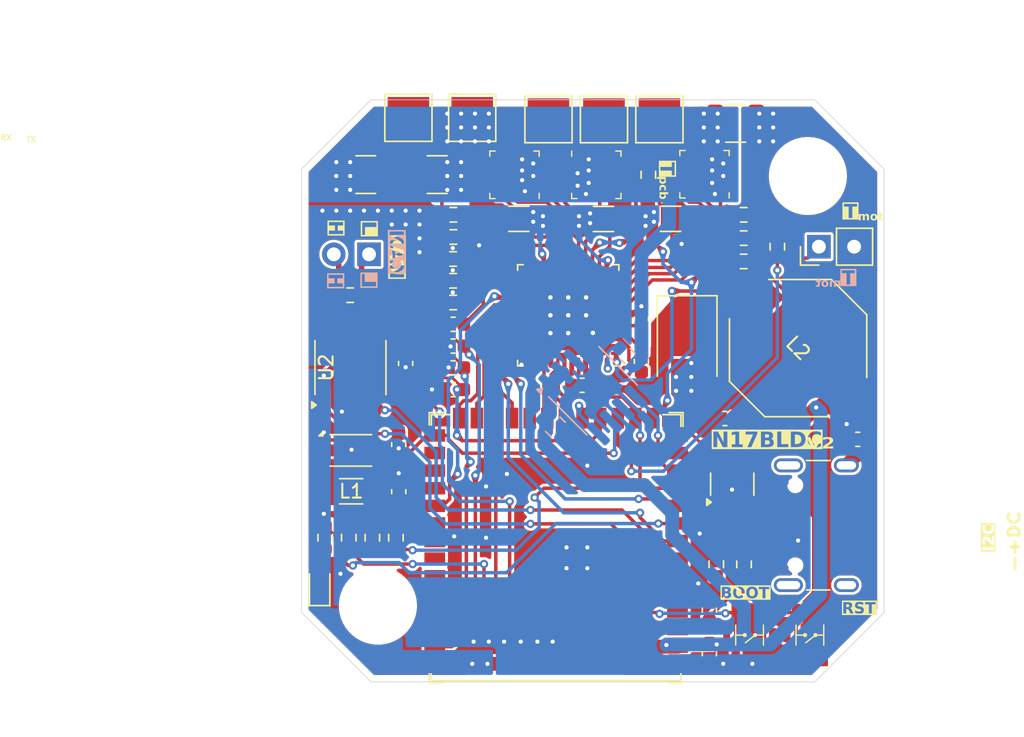
<source format=kicad_pcb>
(kicad_pcb
	(version 20240108)
	(generator "pcbnew")
	(generator_version "8.0")
	(general
		(thickness 1.6)
		(legacy_teardrops no)
	)
	(paper "A4")
	(title_block
		(comment 4 "AISLER Project ID: YMBROGBB")
	)
	(layers
		(0 "F.Cu" signal)
		(31 "B.Cu" signal)
		(32 "B.Adhes" user "B.Adhesive")
		(33 "F.Adhes" user "F.Adhesive")
		(34 "B.Paste" user)
		(35 "F.Paste" user)
		(36 "B.SilkS" user "B.Silkscreen")
		(37 "F.SilkS" user "F.Silkscreen")
		(38 "B.Mask" user)
		(39 "F.Mask" user)
		(40 "Dwgs.User" user "User.Drawings")
		(41 "Cmts.User" user "User.Comments")
		(42 "Eco1.User" user "User.Eco1")
		(43 "Eco2.User" user "User.Eco2")
		(44 "Edge.Cuts" user)
		(45 "Margin" user)
		(46 "B.CrtYd" user "B.Courtyard")
		(47 "F.CrtYd" user "F.Courtyard")
		(48 "B.Fab" user)
		(49 "F.Fab" user)
		(50 "User.1" user)
		(51 "User.2" user)
		(52 "User.3" user)
		(53 "User.4" user)
		(54 "User.5" user)
		(55 "User.6" user)
		(56 "User.7" user)
		(57 "User.8" user)
		(58 "User.9" user)
	)
	(setup
		(stackup
			(layer "F.SilkS"
				(type "Top Silk Screen")
			)
			(layer "F.Paste"
				(type "Top Solder Paste")
			)
			(layer "F.Mask"
				(type "Top Solder Mask")
				(thickness 0.01)
			)
			(layer "F.Cu"
				(type "copper")
				(thickness 0.035)
			)
			(layer "dielectric 1"
				(type "core")
				(thickness 1.51)
				(material "FR4")
				(epsilon_r 4.5)
				(loss_tangent 0.02)
			)
			(layer "B.Cu"
				(type "copper")
				(thickness 0.035)
			)
			(layer "B.Mask"
				(type "Bottom Solder Mask")
				(thickness 0.01)
			)
			(layer "B.Paste"
				(type "Bottom Solder Paste")
			)
			(layer "B.SilkS"
				(type "Bottom Silk Screen")
			)
			(copper_finish "None")
			(dielectric_constraints no)
		)
		(pad_to_mask_clearance 0)
		(allow_soldermask_bridges_in_footprints no)
		(pcbplotparams
			(layerselection 0x00010fc_ffffffff)
			(plot_on_all_layers_selection 0x0000000_00000000)
			(disableapertmacros no)
			(usegerberextensions no)
			(usegerberattributes yes)
			(usegerberadvancedattributes yes)
			(creategerberjobfile yes)
			(dashed_line_dash_ratio 12.000000)
			(dashed_line_gap_ratio 3.000000)
			(svgprecision 4)
			(plotframeref no)
			(viasonmask no)
			(mode 1)
			(useauxorigin no)
			(hpglpennumber 1)
			(hpglpenspeed 20)
			(hpglpendiameter 15.000000)
			(pdf_front_fp_property_popups yes)
			(pdf_back_fp_property_popups yes)
			(dxfpolygonmode yes)
			(dxfimperialunits yes)
			(dxfusepcbnewfont yes)
			(psnegative no)
			(psa4output no)
			(plotreference yes)
			(plotvalue yes)
			(plotfptext yes)
			(plotinvisibletext no)
			(sketchpadsonfab no)
			(subtractmaskfromsilk no)
			(outputformat 1)
			(mirror no)
			(drillshape 1)
			(scaleselection 1)
			(outputdirectory "")
		)
	)
	(net 0 "")
	(net 1 "Net-(U1-EN)")
	(net 2 "GND")
	(net 3 "Net-(U4-VREF)")
	(net 4 "Net-(U4-CPH)")
	(net 5 "Net-(U4-CPL)")
	(net 6 "Vdrive")
	(net 7 "Net-(U4-VCP)")
	(net 8 "+3.3V")
	(net 9 "/B_D+")
	(net 10 "INHC")
	(net 11 "unconnected-(U1-IO35-Pad28)")
	(net 12 "unconnected-(U1-IO36-Pad29)")
	(net 13 "INHA")
	(net 14 "unconnected-(U1-IO42-Pad35)")
	(net 15 "/B_D-")
	(net 16 "unconnected-(U1-IO37-Pad30)")
	(net 17 "Net-(D2-A)")
	(net 18 "SOA")
	(net 19 "MOTA")
	(net 20 "SOB")
	(net 21 "SOC")
	(net 22 "unconnected-(U1-TXD0-Pad37)")
	(net 23 "unconnected-(U1-RXD0-Pad36)")
	(net 24 "unconnected-(U1-IO40-Pad33)")
	(net 25 "MOTB")
	(net 26 "unconnected-(U1-IO41-Pad34)")
	(net 27 "unconnected-(U1-IO39-Pad32)")
	(net 28 "MOTC")
	(net 29 "INHB")
	(net 30 "/SPA")
	(net 31 "SPI_CLK")
	(net 32 "SPI_MOSI")
	(net 33 "SPI_DRV_nCS")
	(net 34 "SPI_MISO")
	(net 35 "R_TERM_EXT")
	(net 36 "R_TERM_PCB")
	(net 37 "/GHA")
	(net 38 "/GLA")
	(net 39 "/SPB")
	(net 40 "V_sense")
	(net 41 "/GHB")
	(net 42 "/GLB")
	(net 43 "unconnected-(J2-SBU2-PadB8)")
	(net 44 "unconnected-(J2-SBU1-PadA8)")
	(net 45 "/SPC")
	(net 46 "/Shield")
	(net 47 "/ESD_B_D-")
	(net 48 "/ESD_B_D+")
	(net 49 "Net-(J2-CC1)")
	(net 50 "/V_USB")
	(net 51 "Net-(J2-CC2)")
	(net 52 "/CAN_L")
	(net 53 "/CAN_H")
	(net 54 "/CAN_TX")
	(net 55 "/CAN_RX")
	(net 56 "/CAN_S")
	(net 57 "unconnected-(U5-PUSH-Pad3)")
	(net 58 "SCL")
	(net 59 "SDA")
	(net 60 "A")
	(net 61 "B")
	(net 62 "/GHC")
	(net 63 "/GLC")
	(net 64 "/SOA_UNFILTERED")
	(net 65 "/SOB_UNFILTERED")
	(net 66 "/SOC_UNFILTERED")
	(net 67 "Net-(U4-EN_BUCK)")
	(net 68 "DRV_nFAULT")
	(net 69 "DRV_EN")
	(net 70 "HIZ")
	(net 71 "CAL")
	(net 72 "Net-(U4-CB)")
	(net 73 "Net-(D1-K)")
	(net 74 "Net-(U4-FB)")
	(net 75 "/SNA")
	(net 76 "/SNB")
	(net 77 "/SNC")
	(net 78 "+5V")
	(net 79 "Net-(U3-SW)")
	(net 80 "LED")
	(net 81 "unconnected-(U1-IO4-Pad4)")
	(footprint "Resistor_SMD:R_0603_1608Metric" (layer "F.Cu") (at 56.8 81.6 90))
	(footprint "Resistor_SMD:R_0603_1608Metric" (layer "F.Cu") (at 79.9 83.5125 -90))
	(footprint "Connector_PinHeader_2.54mm:PinHeader_1x02_P2.54mm_Vertical" (layer "F.Cu") (at 54.86 61.15 -90))
	(footprint "Resistor_SMD:R_0603_1608Metric" (layer "F.Cu") (at 51.7 81.6 -90))
	(footprint "PCM_Espressif:ESP32-S3-WROOM-1U" (layer "F.Cu") (at 68.35 82.47 180))
	(footprint "Capacitor_SMD:C_0603_1608Metric" (layer "F.Cu") (at 74.5 68.875 90))
	(footprint "Resistor_SMD:R_0603_1608Metric" (layer "F.Cu") (at 60.925 61.486601))
	(footprint "Capacitor_SMD:C_0603_1608Metric" (layer "F.Cu") (at 79.4 89.975 -90))
	(footprint "Package_SO:SOIC-8_3.9x4.9mm_P1.27mm" (layer "F.Cu") (at 53.52 69.325 90))
	(footprint "Connector_PinHeader_2.54mm:PinHeader_1x02_P2.54mm_Vertical" (layer "F.Cu") (at 87.3 60.6 90))
	(footprint "Resistor_SMD:R_1206_3216Metric" (layer "F.Cu") (at 76.6 58.5875 180))
	(footprint "DRV8313PWP:VQFN-48_EP_7x7_Pitch0.5mm_RGZ0048A" (layer "F.Cu") (at 69.225 65.55 180))
	(footprint "Capacitor_SMD:C_0603_1608Metric" (layer "F.Cu") (at 79.4 86.825 90))
	(footprint "Capacitor_SMD:C_1210_3225Metric" (layer "F.Cu") (at 59.775001 55.4 180))
	(footprint "Resistor_SMD:R_1206_3216Metric" (layer "F.Cu") (at 71.7625 58.6 180))
	(footprint "Capacitor_SMD:C_0603_1608Metric" (layer "F.Cu") (at 60.925 70.913401 180))
	(footprint "Resistor_SMD:R_0603_1608Metric_Pad0.98x0.95mm_HandSolder" (layer "F.Cu") (at 75 55.4125 -90))
	(footprint "Capacitor_SMD:C_0603_1608Metric" (layer "F.Cu") (at 80.525 73 180))
	(footprint "Package_DFN_QFN:DFN-8-1EP_3x2mm_P0.5mm_EP1.7x1.4mm" (layer "F.Cu") (at 53.55 75.300001))
	(footprint "DUALMOSFETS:PowerPAIR_3x3S_BWL" (layer "F.Cu") (at 65.35 55.4125 180))
	(footprint "Resistor_SMD:R_0603_1608Metric" (layer "F.Cu") (at 81.9 83.525 90))
	(footprint "TestPoint:TestPoint_Pad_3.0x3.0mm" (layer "F.Cu") (at 67.8 51.4 180))
	(footprint "TestPoint:TestPoint_Pad_3.0x3.0mm" (layer "F.Cu") (at 71.8 51.4 180))
	(footprint "CUI_TS21:TS21" (layer "F.Cu") (at 86.65 88.625 -90))
	(footprint "Inductor_SMD:L_1206_3216Metric" (layer "F.Cu") (at 53.575 78.25 180))
	(footprint "Resistor_SMD:R_0603_1608Metric" (layer "F.Cu") (at 81.875 61.661906 180))
	(footprint "Capacitor_SMD:C_0603_1608Metric" (layer "F.Cu") (at 74.5 65.825 -90))
	(footprint "Resistor_SMD:R_0603_1608Metric" (layer "F.Cu") (at 60.941002 59.9))
	(footprint "Capacitor_SMD:C_0603_1608Metric" (layer "F.Cu") (at 57 74.875 -90))
	(footprint "TestPoint:TestPoint_Pad_3.0x3.0mm" (layer "F.Cu") (at 62.3 51.3 -90))
	(footprint "Resistor_SMD:R_0603_1608Metric" (layer "F.Cu") (at 81.875 58.3))
	(footprint "Resistor_SMD:R_0603_1608Metric" (layer "F.Cu") (at 53.4 81.6 90))
	(footprint "DUALMOSFETS:PowerPAIR_3x3S_BWL" (layer "F.Cu") (at 71.25 55.4125))
	(footprint "Resistor_SMD:R_0603_1608Metric" (layer "F.Cu") (at 81.875 59.980953))
	(footprint "TestPoint:TestPoint_Pad_3.0x3.0mm" (layer "F.Cu") (at 57.7 51.3 -90))
	(footprint "CUI_TS21:TS21"
		(layer "F.Cu")
		(uuid "8769b6bb-86bd-4986-8785-8ec0a912c579")
		(at 82.3 88.625 -90)
		(property "Reference" "SW1"
			(at -0.05 -2.55 -90)
			(unlocked yes)
			(layer "F.SilkS")
			(hide yes)
			(uuid "712cbfdf-b385-45e0-ad11-b4ca834cb0fa")
			(effects
				(font
					(size 1 1)
					(thickness 0.1)
				)
			)
		)
		(property "Value" "BOOT"
			(at 0 1 -90)
			(unlocked yes)
			(layer "F.Fab")
			(uuid "1f73bd9b-5917-4786-9485-06bc5b104d57")
			(effects
				(font
					(size 1 1)
					(thickness 0.15)
				)
			)
		)
		(property "Footprint" "CUI_TS21:TS21"
			(at 0.15 -4.25 -90)
			(unlocked yes)
			(layer "F.Fab")
			(hide yes)
			(uuid "5a553c71-dd7a-4d15-b307-25119f2e7a30")
			(effects
				(font
					(size 1 1)
					(thickness 0.15)
				)
			)
		)
		(property "Datasheet" ""
			(at 0 0 -90)
			(unlocked yes)
			(layer "F.Fab")
			(hide yes)
			(uuid "b6f03c7a-7cce-4ed9-b563-8db83619b73d")
			(effects
				(font
					(size 1 1)
					(thickness 0.15)
				)
			)
		)
		(property "Description" ""
			(at 0 0 -90)
			(unlocked yes)
			(layer "F.Fab")
			(hide yes)
			(uuid "2e57e9d5-69a0-4463-ba75-ea978def45ca")
			(effects
				(font
					(size 1 1)
					(thickness 0.15)
				)
			)
		)
		(path "/66cef0da-6150-4534-99f0-65a57e668973")
		(sheetname "Root")
		(sheetfile "stepper-closed-loop.kicad_sch")
		(attr smd exclude_from_bom)
		(fp_line
			(start -0.725 1)
			(end 0.725 1)
			(stroke
				(width 0.1)
				(type default)
			)
			(layer "F.SilkS")
			(uuid "4bedba3b-2335-46f9-a789-2267d2277301")
		)
		(fp_line
			(start 0 1)
			(end 0 0.35)
			(stroke
				(width 0.1)
				(type default)
			)
			(layer "F.SilkS")
			(uuid "9da18dd4-4cc5-4e70-8c3a-b74e1cfbdd5f")
		)
		(fp_line
			(start 0 -0.4)
			(end 0.55 0.3)
			(stroke
				(width 0.1)
				(type default)
			)
			(layer "F.SilkS")
			(uuid "6d1f47d0-342e-4bb7-9201-82c4ae7e10fe")
		)
		(fp_line
			(start -0.725 -1)
			(end 0.725 -1)
			(stroke
				(width 0.1)
				(type default)
			)
			(layer "F.SilkS")
			(uuid "85a7d390-5cab-4b2e-bec7-2ad9751d76db")
		)
		(fp_line
			(start 0 -1)
			(end 0 -0.4)
			(stroke
				(width 0.1)
				(type default)
			)
			(layer "F.SilkS")
			(uuid "419104c6-3ec9-41ec-bf4c-502acb48ee3a")
		)
		(fp_circle
			(center 0 0.35)
			(end 0.1 0.35)
			(stroke
				(width 0.1)
				(type solid)
			)
			(fill solid)
			(layer "F.SilkS")
			(uuid "64a39f5a-3991-4314-ac2f-74b5c93b5999")
		)
		(fp_circle
			(center 0 -0.4)
			(end 0.1 -0.4)
			(stroke
				(width 0.1)
				(type solid)
			)
			(fill solid)
			(layer "F.SilkS")
			(uuid "4fbd99c9-6a3b-4e83-809e-5bd9b93d6e22")
		)
		(fp_rect
			(start -2.475 -2.15)
			(end 2.475 2.15)
			(stroke
				(width 0.05)
				(type default)
			)
			(fill none)
			(layer "F.CrtYd")
			(uuid "7a964536-75a3-4ab9-8b38-233a1fbcfd37")
		)
		(fp_text user "${REFERENCE}"
			(at 0 2.5 -90)
			(unlocked yes)
			(layer "F.Fab")
			(uuid "86b32ead-fba7-43ea-8a72-cd2c8cfbe64f")
			(effects
				(font
					(size 1 1)
					(thickness 0.15)
				)
			)
		)
		(pad "" smd rect
			(at 0 -1.65)
			(size 0.5 1)
			(layers "F.Cu" "F.Paste" "F.Mask")
			(thermal_bridge_angle 45)
			(uuid "31e340f4-f8f4-4371-8409-5cb9530df564")
		)
		(pad "" smd rect
			(at 0 1.65)
			(size 0.5 1)
			(layers "F.Cu" "F.Paste" "F.Mask")
			(thermal_bridge_angle 45)
			(uuid "ff45ec8b-7b3
... [613396 chars truncated]
</source>
